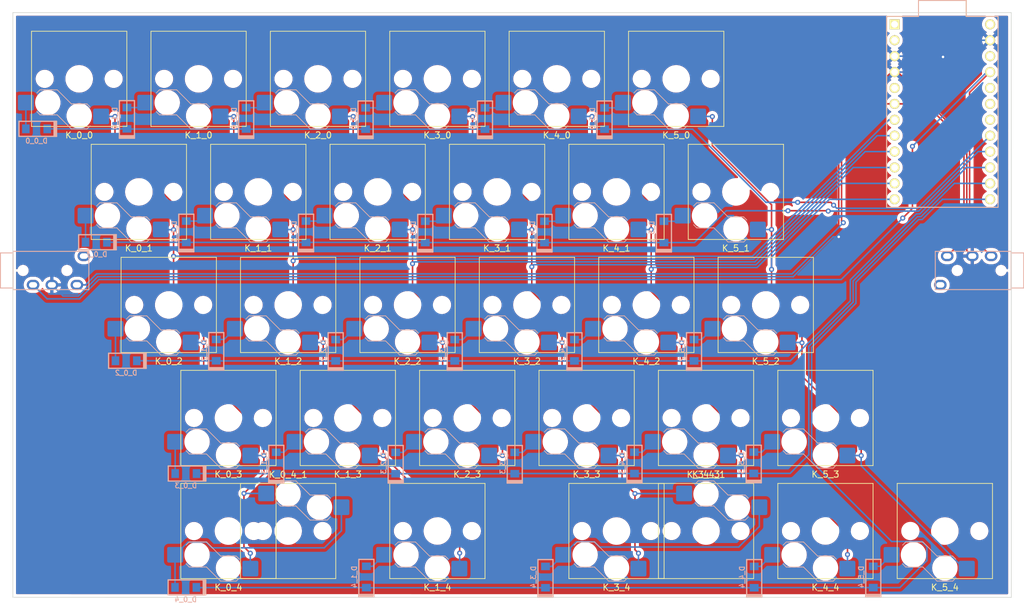
<source format=kicad_pcb>
(kicad_pcb (version 20211014) (generator pcbnew)
  (layers (0 "F.Cu" signal) (31 "B.Cu" signal) (34 "B.Paste" user) (35 "F.Paste" user) (36 "B.SilkS" user "B.Silkscreen") (37 "F.SilkS" user "F.Silkscreen") (38 "B.Mask" user) (39 "F.Mask" user) (44 "Edge.Cuts" user))
  (net 0 "")
  (net 1 "Net-(D_0_0-Pad2)")
  (net 2 "row0")
  (net 3 "Net-(D_0_1-Pad2)")
  (net 4 "row1")
  (net 5 "Net-(D_0_2-Pad2)")
  (net 6 "row2")
  (net 7 "Net-(D_0_3-Pad2)")
  (net 8 "row3")
  (net 9 "Net-(D_0_4-Pad2)")
  (net 10 "row4")
  (net 11 "Net-(D_1_0-Pad2)")
  (net 12 "Net-(D_1_1-Pad2)")
  (net 13 "Net-(D_1_2-Pad2)")
  (net 14 "Net-(D_1_3-Pad2)")
  (net 15 "Net-(D_1_4-Pad2)")
  (net 16 "Net-(D_2_0-Pad2)")
  (net 17 "Net-(D_2_1-Pad2)")
  (net 18 "Net-(D_2_2-Pad2)")
  (net 19 "Net-(D_2_3-Pad2)")
  (net 20 "Net-(D_3_0-Pad2)")
  (net 21 "Net-(D_3_1-Pad2)")
  (net 22 "Net-(D_3_2-Pad2)")
  (net 23 "Net-(D_3_3-Pad2)")
  (net 24 "Net-(D_3_4-Pad2)")
  (net 25 "Net-(D_4_0-Pad2)")
  (net 26 "Net-(D_4_1-Pad2)")
  (net 27 "Net-(D_4_2-Pad2)")
  (net 28 "Net-(D_4_3-Pad2)")
  (net 29 "Net-(D_4_4-Pad2)")
  (net 30 "Net-(D_5_0-Pad2)")
  (net 31 "Net-(D_5_1-Pad2)")
  (net 32 "Net-(D_5_2-Pad2)")
  (net 33 "Net-(D_5_3-Pad2)")
  (net 34 "Net-(D_5_4-Pad2)")
  (net 35 "col0")
  (net 36 "col1")
  (net 37 "col2")
  (net 38 "col3")
  (net 39 "col4")
  (net 40 "col5")
  (net 43 "GND")
  (net 52 "trrs")
  (net 53 "VCC")
  (footprint "Switch_Keyboard_Hotswap_Kailh:SW_Hotswap_Kailh_Choc_V1_1.00u" (layer "F.Cu") (at 152.4 115.06875 180)
    (fp_text reference "K_3_4")
    (fp_text value "KEYSW")
  )
  (footprint "promicro:ProMicro" (layer "F.Cu") (at 204.391 48.1344 -90)
    (fp_text reference "U_PROMICRO1" hide)
    (fp_text value "ProMicro")
  )
  (footprint "Switch_Keyboard_Hotswap_Kailh:SW_Hotswap_Kailh_Choc_V1_1.00u" (layer "F.Cu") (at 80.9625 78.96875 180)
    (fp_text reference "K_0_2")
    (fp_text value "KEYSW")
  )
  (footprint "Switch_Keyboard_Hotswap_Kailh:SW_Hotswap_Kailh_Choc_V1_1.00u" (layer "F.Cu") (at 76.2 60.91875 180)
    (fp_text reference "K_0_1")
    (fp_text value "KEYSW")
  )
  (footprint "Switch_Keyboard_Hotswap_Kailh:SW_Hotswap_Kailh_Choc_V1_1.00u" (layer "F.Cu") (at 157.1625 78.96875 180)
    (fp_text reference "K_4_2")
    (fp_text value "KEYSW")
  )
  (footprint "Switch_Keyboard_Hotswap_Kailh:SW_Hotswap_Kailh_Choc_V1_1.00u" (layer "F.Cu") (at 161.925 42.86875 180)
    (fp_text reference "K_5_0")
    (fp_text value "KEYSW")
  )
  (footprint "Switch_Keyboard_Hotswap_Kailh:SW_Hotswap_Kailh_Choc_V1_1.00u" (layer "F.Cu") (at 119.0625 78.96875 180)
    (fp_text reference "K_2_2")
    (fp_text value "KEYSW")
  )
  (footprint "Switch_Keyboard_Hotswap_Kailh:SW_Hotswap_Kailh_Choc_V1_1.00u" (layer "F.Cu") (at 152.4 60.91875 180)
    (fp_text reference "K_4_1")
    (fp_text value "KEYSW")
  )
  (footprint "Switch_Keyboard_Hotswap_Kailh:SW_Hotswap_Kailh_Choc_V1_1.00u" (layer "F.Cu") (at 204.7875 115.06875 180)
    (fp_text reference "K_5_4")
    (fp_text value "KEYSW")
  )
  (footprint "Switch_Keyboard_Hotswap_Kailh:SW_Hotswap_Kailh_Choc_V1_1.00u" (layer "F.Cu") (at 90.4875 97.01875 180)
    (fp_text reference "K_0_3")
    (fp_text value "KEYSW")
  )
  (footprint "Switch_Keyboard_Hotswap_Kailh:SW_Hotswap_Kailh_Choc_V1_1.00u" (layer "F.Cu") (at 133.35 60.91875 180)
    (fp_text reference "K_3_1")
    (fp_text value "KEYSW")
  )
  (footprint "Switch_Keyboard_Hotswap_Kailh:SW_Hotswap_Kailh_Choc_V1_1.00u" (layer "F.Cu") (at 90.4875 115.06875 180)
    (fp_text reference "K_0_4")
    (fp_text value "KEYSW")
  )
  (footprint "Switch_Keyboard_Hotswap_Kailh:SW_Hotswap_Kailh_Choc_V1_1.00u" (layer "F.Cu") (at 147.6375 97.01875 180)
    (fp_text reference "K_3_3")
    (fp_text value "KEYSW")
  )
  (footprint "Switch_Keyboard_Hotswap_Kailh:SW_Hotswap_Kailh_Choc_V1_1.00u" (layer "F.Cu") (at 95.25 60.91875 180)
    (fp_text reference "K_1_1")
    (fp_text value "KEYSW")
  )
  (footprint "Switch_Keyboard_Hotswap_Kailh:SW_Hotswap_Kailh_Choc_V1_1.00u" (layer "F.Cu") (at 114.3 60.91875 180)
    (fp_text reference "K_2_1")
    (fp_text value "KEYSW")
  )
  (footprint "Switch_Keyboard_Hotswap_Kailh:SW_Hotswap_Kailh_Choc_V1_1.00u" (layer "F.Cu") (at 109.5375 97.01875 180)
    (fp_text reference "K_1_3")
    (fp_text value "KEYSW")
  )
  (footprint "Switch_Keyboard_Hotswap_Kailh:SW_Hotswap_Kailh_Choc_V1_1.00u" (layer "F.Cu") (at 138.1125 78.96875 180)
    (fp_text reference "K_3_2")
    (fp_text value "KEYSW")
  )
  (footprint "Switch_Keyboard_Hotswap_Kailh:SW_Hotswap_Kailh_Choc_V1_1.00u" (layer "F.Cu") (at 176.2125 78.96875 180)
    (fp_text reference "K_5_2")
    (fp_text value "KEYSW")
  )
  (footprint "Switch_Keyboard_Hotswap_Kailh:SW_Hotswap_Kailh_Choc_V1_1.00u" (layer "F.Cu") (at 185.7375 115.06875 180)
    (fp_text reference "K_4_4")
    (fp_text value "KEYSW")
  )
  (footprint "Switch_Keyboard_Hotswap_Kailh:SW_Hotswap_Kailh_Choc_V1_1.00u" (layer "F.Cu") (at 100.0125 78.96875 180)
    (fp_text reference "K_1_2")
    (fp_text value "KEYSW")
  )
  (footprint "Switch_Keyboard_Hotswap_Kailh:SW_Hotswap_Kailh_Choc_V1_1.00u" (layer "F.Cu") (at 104.775 42.86875 180)
    (fp_text reference "K_2_0")
    (fp_text value "KEYSW")
  )
  (footprint "Switch_Keyboard_Hotswap_Kailh:SW_Hotswap_Kailh_Choc_V1_1.00u" (layer "F.Cu") (at 185.7375 97.01875 180)
    (fp_text reference "K_5_3")
    (fp_text value "KEYSW")
  )
  (footprint "Switch_Keyboard_Hotswap_Kailh:SW_Hotswap_Kailh_Choc_V1_1.00u" (layer "F.Cu") (at 100.0125 115.06875)
    (fp_text reference "K_0_4_1")
    (fp_text value "KEYSW")
  )
  (footprint "Switch_Keyboard_Hotswap_Kailh:SW_Hotswap_Kailh_Choc_V1_1.00u" (layer "F.Cu") (at 66.675 42.86875 180)
    (fp_text reference "K_0_0")
    (fp_text value "KEYSW")
  )
  (footprint "Switch_Keyboard_Hotswap_Kailh:SW_Hotswap_Kailh_Choc_V1_1.00u" (layer "F.Cu") (at 128.5875 97.01875 180)
    (fp_text reference "K_2_3")
    (fp_text value "KEYSW")
  )
  (footprint "Switch_Keyboard_Hotswap_Kailh:SW_Hotswap_Kailh_Choc_V1_1.00u" (layer "F.Cu") (at 166.6875 97.01875 180)
    (fp_text reference "K_4_3")
    (fp_text value "KEYSW")
  )
  (footprint "Switch_Keyboard_Hotswap_Kailh:SW_Hotswap_Kailh_Choc_V1_1.00u" (layer "F.Cu") (at 123.825 42.86875 180)
    (fp_text reference "K_3_0")
    (fp_text value "KEYSW")
  )
  (footprint "Switch_Keyboard_Hotswap_Kailh:SW_Hotswap_Kailh_Choc_V1_1.00u" (layer "F.Cu") (at 166.6875 115.06875)
    (fp_text reference "K_3_4_1")
    (fp_text value "KEYSW")
  )
  (footprint "Switch_Keyboard_Hotswap_Kailh:SW_Hotswap_Kailh_Choc_V1_1.00u" (layer "F.Cu") (at 142.875 42.86875 180)
    (fp_text reference "K_4_0")
    (fp_text value "KEYSW")
  )
  (footprint "Switch_Keyboard_Hotswap_Kailh:SW_Hotswap_Kailh_Choc_V1_1.00u" (layer "F.Cu") (at 123.825 115.06875 180)
    (fp_text reference "K_1_4")
    (fp_text value "KEYSW")
  )
  (footprint "Switch_Keyboard_Hotswap_Kailh:SW_Hotswap_Kailh_Choc_V1_1.00u" (layer "F.Cu") (at 85.725 42.86875 180)
    (fp_text reference "K_1_0")
    (fp_text value "KEYSW")
  )
  (footprint "Switch_Keyboard_Hotswap_Kailh:SW_Hotswap_Kailh_Choc_V1_1.00u" (layer "F.Cu") (at 171.45 60.91875 180)
    (fp_text reference "K_5_1")
    (fp_text value "KEYSW")
  )
  (footprint "keyboard_parts:D_SOD123" (layer "B.Cu") (at 140.9192 67.31 90)
    (fp_text reference "D_4_1")
    (fp_text value "D" hide)
  )
  (footprint "keyboard_parts:D_SOD123" (layer "B.Cu") (at 117.1702 104.2162 90)
    (fp_text reference "D_2_3")
    (fp_text value "D" hide)
  )
  (footprint "keyboard_parts:D_SOD123" (layer "B.Cu") (at 93.3196 49.1776 90)
    (fp_text reference "D_2_0")
    (fp_text value "D" hide)
  )
  (footprint "keyboard_parts:D_SOD123" (layer "B.Cu") (at 126.5936 86.2076 90)
    (fp_text reference "D_3_2")
    (fp_text value "D" hide)
  )
  (footprint "keyboard_parts:D_SOD123" (layer "B.Cu") (at 159.9692 67.31 90)
    (fp_text reference "D_5_1")
    (fp_text value "D" hide)
  )
  (footprint "keyboard_parts:D_SOD123" (layer "B.Cu") (at 193.3702 122.4026 90)
    (fp_text reference "D_5_4")
    (fp_text value "D" hide)
  )
  (footprint "Keebio-Parts:TRRS-PJ-320A" (layer "B.Cu") (at 56.118 73.4678 -90)
    (fp_text reference "U_TRRS2")
    (fp_text value "TRRS")
  )
  (footprint "keyboard_parts:D_SOD123" (layer "B.Cu") (at 174.371 122.428 90)
    (fp_text reference "D_4_4")
    (fp_text value "D" hide)
  )
  (footprint "keyboard_parts:D_SOD123" (layer "B.Cu") (at 112.4966 122.4026 90)
    (fp_text reference "D_1_4")
    (fp_text value "D" hide)
  )
  (footprint "keyboard_parts:D_SOD123" (layer "B.Cu") (at 107.5944 86.2076 90)
    (fp_text reference "D_2_2")
    (fp_text value "D" hide)
  )
  (footprint "keyboard_parts:D_SOD123" (layer "B.Cu") (at 112.3696 49.203 90)
    (fp_text reference "D_3_0")
    (fp_text value "D" hide)
  )
  (footprint "keyboard_parts:D_SOD123" (layer "B.Cu") (at 141.0716 122.428 90)
    (fp_text reference "D_3_4")
    (fp_text value "D" hide)
  )
  (footprint "keyboard_parts:D_SOD123" (layer "B.Cu") (at 83.693 105.8926 180)
    (fp_text reference "D_0_3")
    (fp_text value "D" hide)
  )
  (footprint "keyboard_parts:D_SOD123" (layer "B.Cu") (at 88.5444 86.1854 90)
    (fp_text reference "D_1_2")
    (fp_text value "D" hide)
  )
  (footprint "keyboard_parts:D_SOD123" (layer "B.Cu") (at 83.6676 124.079 180)
    (fp_text reference "D_0_4")
    (fp_text value "D" hide)
  )
  (footprint "keyboard_parts:D_SOD123" (layer "B.Cu") (at 74.168 87.884 180)
    (fp_text reference "D_0_2")
    (fp_text value "D" hide)
  )
  (footprint "keyboard_parts:D_SOD123" (layer "B.Cu") (at 74.295 49.1522 90)
    (fp_text reference "D_1_0")
    (fp_text value "D" hide)
  )
  (footprint "keyboard_parts:D_SOD123" (layer "B.Cu") (at 145.6944 86.2076 90)
    (fp_text reference "D_4_2")
    (fp_text value "D" hide)
  )
  (footprint "keyboard_parts:D_SOD123" (layer "B.Cu") (at 174.2948 104.1686 90)
    (fp_text reference "D_5_3")
    (fp_text value "D" hide)
  )
  (footprint "keyboard_parts:D_SOD123" (layer "B.Cu") (at 83.7692 67.2846 90)
    (fp_text reference "D_1_1")
    (fp_text value "D" hide)
  )
  (footprint "keyboard_parts:D_SOD123" (layer "B.Cu") (at 121.8946 67.31 90)
    (fp_text reference "D_3_1")
    (fp_text value "D" hide)
  )
  (footprint "keyboard_parts:D_SOD123" (layer "B.Cu") (at 102.87 67.2846 90)
    (fp_text reference "D_2_1")
    (fp_text value "D" hide)
  )
  (footprint "keyboard_parts:D_SOD123" (layer "B.Cu") (at 150.495 49.203 90)
    (fp_text reference "D_5_0")
    (fp_text value "D" hide)
  )
  (footprint "keyboard_parts:D_SOD123" (layer "B.Cu") (at 136.1694 104.2162 90)
    (fp_text reference "D_3_3")
    (fp_text value "D" hide)
  )
  (footprint "keyboard_parts:D_SOD123" (layer "B.Cu") (at 98.1202 104.1908 90)
    (fp_text reference "D_1_3")
    (fp_text value "D" hide)
  )
  (footprint "keyboard_parts:D_SOD123" (layer "B.Cu") (at 164.7698 86.2076 90)
    (fp_text reference "D_5_2")
    (fp_text value "D" hide)
  )
  (footprint "keyboard_parts:D_SOD123" (layer "B.Cu") (at 131.4196 49.203 90)
    (fp_text reference "D_4_0")
    (fp_text value "D" hide)
  )
  (footprint "keyboard_parts:D_SOD123" (layer "B.Cu") (at 155.2702 104.1908 90)
    (fp_text reference "D_4_3")
    (fp_text value "D" hide)
  )
  (footprint "keyboard_parts:D_SOD123" (layer "B.Cu") (at 69.3928 68.961 180)
    (fp_text reference "D_0_1")
    (fp_text value "D" hide)
  )
  (footprint "keyboard_parts:D_SOD123" (layer "B.Cu") (at 59.8678 50.8508 180)
    (fp_text reference "D_0_0")
    (fp_text value "D" hide)
  )
  (footprint "Keebio-Parts:TRRS-PJ-320A" (layer "B.Cu") (at 215.3643 73.4678 90)
    (fp_text reference "U_TRRS1")
    (fp_text value "TRRS")
  )
  (gr_line (start 56.0926 32.2928) (end 215.3826 32.2928) (layer "Edge.Cuts") (width 0.1))
  (gr_line (start 215.3826 32.2928) (end 215.392 125.6698) (layer "Edge.Cuts") (width 0.1))
  (gr_line (start 56.0926 125.6538) (end 56.0926 32.2928) (layer "Edge.Cuts") (width 0.1))
  (gr_line (start 56.0926 125.6538) (end 215.392 125.6698) (layer "Edge.Cuts") (width 0.1))
  (segment (start 58.1678 50.8508) (end 58.1678 46.67595) (width 0.25) (layer "B.Cu") (net 1))
  (segment (start 58.1678 46.67595) (end 58.175 46.66875) (width 0.25) (layer "B.Cu") (net 1))
  (segment (start 186.5884 62.5856) (end 187.0456 63.0428) (width 0.25) (layer "F.Cu") (net 2))
  (segment (start 181.3052 62.5856) (end 186.5884 62.5856) (width 0.25) (layer "F.Cu") (net 2))
  (via (at 181.3052 62.5856) (size 0.8) (drill 0.4) (layers "F.Cu" "B.Cu") (net 2))
  (via (at 187.0456 63.0428) (size 0.8) (drill 0.4) (layers "F.Cu" "B.Cu") (net 2))
  (segment (start 150.495 50.903) (end 164.5426 50.903) (width 0.25) (layer "B.Cu") (net 2))
  (segment (start 61.5692 50.8522) (end 61.5678 50.8508) (width 0.25) (layer "B.Cu") (net 2))
  (segment (start 74.3204 50.8776) (end 74.295 50.8522) (width 0.25) (layer "B.Cu") (net 2))
  (segment (start 187.53588 63.53308) (end 200.42232 63.53308) (width 0.25) (layer "B.Cu") (net 2))
  (segment (start 176.2252 62.5856) (end 181.3052 62.5856) (width 0.25) (layer "B.Cu") (net 2))
  (segment (start 112.3696 50.903) (end 93.345 50.903) (width 0.25) (layer "B.Cu") (net 2))
  (segment (start 187.0456 63.0428) (end 187.53588 63.53308) (width 0.25) (layer "B.Cu") (net 2))
  (segment (start 131.4196 50.903) (end 112.3696 50.903) (width 0.25) (layer "B.Cu") (net 2))
  (segment (start 93.3196 50.8776) (end 74.3204 50.8776) (width 0.25) (layer "B.Cu") (net 2))
  (segment (start 150.495 50.903) (end 131.4196 50.903) (width 0.25) (layer "B.Cu") (net 2))
  (segment (start 200.42232 63.53308) (end 212.011 51.9444) (width 0.25) (layer "B.Cu") (net 2))
  (segment (start 93.345 50.903) (end 93.3196 50.8776) (width 0.25) (layer "B.Cu") (net 2))
  (segment (start 164.5426 50.903) (end 176.2252 62.5856) (width 0.25) (layer "B.Cu") (net 2))
  (segment (start 74.295 50.8522) (end 61.5692 50.8522) (width 0.25) (layer "B.Cu") (net 2))
  (segment (start 67.6928 64.72595) (end 67.7 64.71875) (width 0.25) (layer "B.Cu") (net 3))
  (segment (start 67.6928 68.961) (end 67.6928 64.72595) (width 0.25) (layer "B.Cu") (net 3))
  (segment (start 179.7558 63.9318) (end 186.1312 63.9318) (width 0.25) (layer "F.Cu") (net 4))
  (segment (start 186.1312 63.9318) (end 186.182 63.9826) (width 0.25) (layer "F.Cu") (net 4))
  (via (at 179.7558 63.9318) (size 0.8) (drill 0.4) (layers "F.Cu" "B.Cu") (net 4))
  (via (at 186.182 63.9826) (size 0.8) (drill 0.4) (layers "F.Cu" "B.Cu") (net 4))
  (segment (start 169.923279 63.9318) (end 179.7558 63.9318) (width 0.25) (layer "B.Cu") (net 4))
  (segment (start 159.9692 69.01) (end 140.9192 69.01) (width 0.25) (layer "B.Cu") (net 4))
  (segment (start 200.608518 63.9826) (end 200.87184 63.719277) (width 0.25) (layer "B.Cu") (net 4))
  (segment (start 121.8692 68.9846) (end 121.8946 69.01) (width 0.25) (layer "B.Cu") (net 4))
  (segment (start 83.7456 68.961) (end 83.7692 68.9846) (width 0.25) (layer "B.Cu") (net 4))
  (segment (start 186.182 63.9826) (end 200.608518 63.9826) (width 0.25) (layer "B.Cu") (net 4))
  (segment (start 83.7692 68.9846) (end 102.87 68.9846) (width 0.25) (layer "B.Cu") (net 4))
  (segment (start 200.87184 63.719277) (end 210.106718 54.4844) (width 0.25) (layer "B.Cu") (net 4))
  (segment (start 164.845079 69.01) (end 169.923279 63.9318) (width 0.25) (layer "B.Cu") (net 4))
  (segment (start 102.87 68.9846) (end 121.8692 68.9846) (width 0.25) (layer "B.Cu") (net 4))
  (segment (start 121.8946 69.01) (end 140.9192 69.01) (width 0.25) (layer "B.Cu") (net 4))
  (segment (start 71.0928 68.961) (end 83.7456 68.961) (width 0.25) (layer "B.Cu") (net 4))
  (segment (start 210.106718 54.4844) (end 212.011 54.4844) (width 0.25) (layer "B.Cu") (net 4))
  (segment (start 159.9692 69.01) (end 164.845079 69.01) (width 0.25) (layer "B.Cu") (net 4))
  (segment (start 72.468 82.77425) (end 72.468 87.884) (width 0.25) (layer "B.Cu") (net 5))
  (segment (start 72.4625 82.76875) (end 72.468 82.77425) (width 0.25) (layer "B.Cu") (net 5))
  (segment (start 75.868 87.884) (end 88.543 87.884) (width 0.25) (layer "B.Cu") (net 6))
  (segment (start 107.5944 87.9076) (end 88.5666 87.9076) (width 0.25) (layer "B.Cu") (net 6))
  (segment (start 145.6944 87.9076) (end 164.7698 87.9076) (width 0.25) (layer "B.Cu") (net 6))
  (segment (start 126.5936 87.9076) (end 145.6944 87.9076) (width 0.25) (layer "B.Cu") (net 6))
  (segment (start 189.70492 78.324494) (end 189.70492 74.963797) (width 0.25) (layer "B.Cu") (net 6))
  (segment (start 88.543 87.884) (end 88.5444 87.8854) (width 0.25) (layer "B.Cu") (net 6))
  (segment (start 107.5944 87.9076) (end 126.5936 87.9076) (width 0.25) (layer "B.Cu") (net 6))
  (segment (start 200.794716 64.432119) (end 208.202436 57.0244) (width 0.25) (layer "B.Cu") (net 6))
  (segment (start 164.7698 87.9076) (end 180.121814 87.9076) (width 0.25) (layer "B.Cu") (net 6))
  (segment (start 88.5666 87.9076) (end 88.5444 87.8854) (width 0.25) (layer "B.Cu") (net 6))
  (segment (start 189.70492 74.963797) (end 200.236597 64.43212) (width 0.25) (layer "B.Cu") (net 6))
  (segment (start 208.202436 57.0244) (end 212.011 57.0244) (width 0.25) (layer "B.Cu") (net 6))
  (segment (start 200.236597 64.43212) (end 200.794716 64.432119) (width 0.25) (layer "B.Cu") (net 6))
  (segment (start 180.121814 87.9076) (end 189.70492 78.324494) (width 0.25) (layer "B.Cu") (net 6))
  (segment (start 81.993 105.8926) (end 81.993 100.82425) (width 0.25) (layer "B.Cu") (net 7))
  (segment (start 81.993 100.82425) (end 81.9875 100.81875) (width 0.25) (layer "B.Cu") (net 7))
  (segment (start 206.298154 59.5644) (end 212.011 59.5644) (width 0.25) (layer "B.Cu") (net 8))
  (segment (start 183.0832 85.581932) (end 190.15444 78.510691) (width 0.25) (layer "B.Cu") (net 8))
  (segment (start 136.1694 105.9162) (end 117.1702 105.9162) (width 0.25) (layer "B.Cu") (net 8))
  (segment (start 174.2948 105.8686) (end 180.101321 105.8686) (width 0.25) (layer "B.Cu") (net 8))
  (segment (start 155.2702 105.8908) (end 136.1948 105.8908) (width 0.25) (layer "B.Cu") (net 8))
  (segment (start 190.417763 74.886674) (end 200.422795 64.88164) (width 0.25) (layer "B.Cu") (net 8))
  (segment (start 98.1456 105.9162) (end 98.1202 105.8908) (width 0.25) (layer "B.Cu") (net 8))
  (segment (start 183.0832 102.886721) (end 183.0832 85.581932) (width 0.25) (layer "B.Cu") (net 8))
  (segment (start 117.1702 105.9162) (end 98.1456 105.9162) (width 0.25) (layer "B.Cu") (net 8))
  (segment (start 190.15444 75.149996) (end 190.417763 74.886674) (width 0.25) (layer "B.Cu") (net 8))
  (segment (start 155.2924 105.8686) (end 155.2702 105.8908) (width 0.25) (layer "B.Cu") (net 8))
  (segment (start 136.1948 105.8908) (end 136.1694 105.9162) (width 0.25) (layer "B.Cu") (net 8))
  (segment (start 174.2948 105.8686) (end 155.2924 105.8686) (width 0.25) (layer "B.Cu") (net 8))
  (segment (start 200.422795 64.88164) (end 200.980914 64.881639) (width 0.25) (layer "B.Cu") (net 8))
  (segment (start 200.980914 64.881639) (end 201.244236 64.618315) (width 0.25) (layer "B.Cu") (net 8))
  (segment (start 85.3948 105.8908) (end 85.393 105.8926) (width 0.25) (layer "B.Cu") (net 8))
  (segment (start 180.101321 105.8686) (end 183.0832 102.886721) (width 0.25) (layer "B.Cu") (net 8))
  (segment (start 98.1202 105.8908) (end 85.3948 105.8908) (width 0.25) (layer "B.Cu") (net 8))
  (segment (start 190.15444 78.510691) (end 190.15444 75.149996) (width 0.25) (layer "B.Cu") (net 8))
  (segment (start 201.244236 64.618315) (end 206.298154 59.5644) (width 0.25) (layer "B.Cu") (net 8))
  (segment (start 81.9676 124.079) (end 81.9676 118.88865) (width 0.25) (layer "B.Cu") (net 9))
  (segment (start 81.9676 118.88865) (end 81.9875 118.86875) (width 0.25) (layer "B.Cu") (net 9))
  (segment (start 84.01625 116.84) (end 86.9696 116.84) (width 0.25) (layer "B.Cu") (net 9))
  (segment (start 108.5125 115.0329) (end 108.5125 111.26875) (width 0.25) (layer "B.Cu") (net 9))
  (segment (start 105.791 117.7544) (end 108.5125 115.0329) (width 0.25) (layer "B.Cu") (net 9))
  (segment (start 87.884 117.7544) (end 105.791 117.7544) (width 0.25) (layer "B.Cu") (net 9))
  (segment (start 81.9875 118.86875) (end 84.01625 116.84) (width 0.25) (layer "B.Cu") (net 9))
  (segment (start 86.9696 116.84) (end 87.884 117.7544) (width 0.25) (layer "B.Cu") (net 9))
  (segment (start 112.4966 124.1026) (end 85.3912 124.1026) (width 0.25) (layer "B.Cu") (net 10))
  (segment (start 174.3964 124.1026) (end 174.371 124.128) (width 0.25) (layer "B.Cu") (net 10))
  (segment (start 196.2912 116.7384) (end 183.5404 103.9876) (width 0.25) (layer "B.Cu") (net 10))
  (segment (start 204.393846 62.104421) (end 204.393846 62.1044) (width 0.25) (layer "B.Cu") (net 10))
  (segment (start 141.0716 124.128) (end 112.522 124.128) (width 0.25) (layer "B.Cu") (net 10))
  (segment (start 201.93 117.5512) (end 201.1172 116.7384) (width 0.25) (layer "B.Cu") (net 10))
  (segment (start 174.371 124.128) (end 141.0716 124.128) (width 0.25) (layer "B.Cu") (net 10))
  (segment (start 200.608994 65.33116) (end 201.167112 65.331159) (width 0.25) (layer "B.Cu") (net 10))
  (segment (start 112.522 124.128) (end 112.4966 124.1026) (width 0.25) (layer "B.Cu") (net 10))
  (segment (start 197.6138 124.1026) (end 201.93 119.7864) (width 0.25) (layer "B.Cu") (net 10))
  (segment (start 183.5404 85.76045) (end 190.60396 78.696889) (width 0.25) (layer "B.Cu") (net 10))
  (segment (start 85.3912 124.1026) (end 85.3676 124.079) (width 0.25) (layer "B.Cu") (net 10))
  (segment (start 183.5404 103.9876) (end 183.5404 85.76045) (width 0.25) (layer "B.Cu") (net 10))
  (segment (start 193.3702 124.1026) (end 174.3964 124.1026) (width 0.25) (layer "B.Cu") (net 10))
  (segment (start 201.167112 65.331159) (end 201.693757 64.80451) (width 0.25) (layer "B.Cu") (net 10))
  (segment (start 190.60396 78.696889) (end 190.60396 75.336194) (width 0.25) (layer "B.Cu") (net 10))
  (segment (start 201.1172 116.7384) (end 196.2912 116.7384) (width 0.25) (layer "B.Cu") (net 10))
  (segment (start 193.3702 124.1026) (end 197.6138 124.1026) (width 0.25) (layer "B.Cu") (net 10))
  (segment (start 201.693757 64.80451) (end 204.393846 62.104421) (width 0.25) (layer "B.Cu") (net 10))
  (segment (start 190.60396 75.336194) (end 200.608994 65.33116) (width 0.25) (layer "B.Cu") (net 10))
  (segment (start 204.393846 62.1044) (end 212.011 62.1044) (width 0.25) (layer "B.Cu") (net 10))
  (segment (start 201.93 119.7864) (end 201.93 117.5512) (width 0.25) (layer "B.Cu") (net 10))
  (segment (start 74.295 47.4522) (end 76.44155 47.4522) (width 0.25) (layer "B.Cu") (net 11))
  (segment (start 76.44155 47.4522) (end 77.225 46.66875) (width 0.25) (layer "B.Cu") (net 11))
  (segment (start 85.88415 65.5846) (end 86.75 64.71875) (width 0.25) (layer "B.Cu") (net 12))
  (segment (start 83.7692 65.5846) (end 85.88415 65.5846) (width 0.25) (layer "B.Cu") (net 12))
  (segment (start 88.5444 84.4854) (end 89.79585 84.4854) (width 0.25) (layer "B.Cu") (net 13))
  (segment (start 89.79585 84.4854) (end 91.5125 82.76875) (width 0.25) (layer "B.Cu") (net 13))
  (segment (start 99.36545 102.4908) (end 101.0375 100.81875) (width 0.25) (layer "B.Cu") (net 14))
  (segment (start 98.1202 102.4908) (end 99.36545 102.4908) (width 0.25) (layer "B.Cu") (net 14))
  (segment (start 112.4966 120.7026) (end 113.49115 120.7026) (width 0.25) (layer "B.Cu") (net 15))
  (segment (start 113.49115 120.7026) (end 115.325 118.86875) (width 0.25) (layer "B.Cu") (net 15))
  (segment (start 93.3196 47.4776) (end 95.46615 47.4776) (width 0.25) (layer "B.Cu") (net 16))
  (segment (start 95.46615 47.4776) (end 96.275 46.66875) (width 0.25) (layer "B.Cu") (net 16))
  (segment (start 104.93415 65.5846) (end 102.87 65.5846) (width 0.25) (layer "B.Cu") (net 17))
  (segment (start 105.8 64.71875) (end 104.93415 65.5846) (width 0.25) (layer "B.Cu") (net 17))
  (segment (start 107.5944 84.5076) (end 108.82365 84.5076) (width 0.25) (layer "B.Cu") (net 18))
  (segment (start 108.82365 84.5076) (end 110.5625 82.76875) (width 0.25) (layer "B.Cu") (net 18))
  (segment (start 118.39005 102.5162) (end 120.0875 100.81875) (width 0.25) (layer "B.Cu") (net 19))
  (segment (start 117.1702 102.5162) (end 118.39005 102.5162) (width 0.25) (layer "B.Cu") (net 19))
  (segment (start 112.3696 47.503) (end 114.49075 47.503) (width 0.25) (layer "B.Cu") (net 20))
  (segment (start 114.49075 47.503) (end 115.325 46.66875) (width 0.25) (layer "B.Cu") (net 20))
  (segment (start 123.95875 65.61) (end 124.85 64.71875) (width 0.25) (layer "B.Cu") (net 21))
  (segment (start 121.8946 65.61) (end 123.95875 65.61) (width 0.25) (layer "B.Cu") (net 21))
  (segment (start 127.87365 84.5076) (end 129.6125 82.76875) (width 0.25) (layer "B.Cu") (net 22))
  (segment (start 126.5936 84.5076) (end 127.87365 84.5076) (width 0.25) (layer "B.Cu") (net 22))
  (segment (start 139.1375 100.81875) (end 137.44005 102.5162) (width 0.25) (layer "B.Cu") (net 23))
  (segment (start 137.44005 102.5162) (end 136.1694 102.5162) (width 0.25) (layer "B.Cu") (net 23))
  (segment (start 175.1875 111.26875) (end 175.1875 114.3471) (width 0.25) (layer "B.Cu") (net 24))
  (segment (start 142.04075 120.728) (end 143.9 118.86875) (width 0.25) (layer "B.Cu") (net 24))
  (segment (start 145.97955 116.7892) (end 143.9 118.86875) (width 0.25) (layer "B.Cu") (net 24))
  (segment (start 148.8694 116.7892) (end 145.97955 116.7892) (width 0.25) (layer "B.Cu") (net 24))
  (segment (start 171.9072 117.6274) (end 149.7076 117.6274) (width 0.25) (layer "B.Cu") (net 24))
  (segment (start 149.7076 117.6274) (end 148.8694 116.7892) (width 0.25) (layer "B.Cu") (net 24))
  (segment (start 141.0716 120.728) (end 142.04075 120.728) (width 0.25) (layer "B.Cu") (net 24))
  (segment (start 175.1875 114.3471) (end 171.9072 117.6274) (width 0.25) (layer "B.Cu") (net 24))
  (segment (start 131.4196 47.503) (end 133.54075 47.503) (width 0.25) (layer "B.Cu") (net 25))
  (segment (start 133.54075 47.503) (end 134.375 46.66875) (width 0.25) (layer "B.Cu") (net 25))
  (segment (start 143.00875 65.61) (end 143.9 64.71875) (width 0.25) (layer "B.Cu") (net 26))
  (segment (start 140.9192 65.61) (end 143.00875 65.61) (width 0.25) (layer "B.Cu") (net 26))
  (segment (start 145.6944 84.5076) (end 146.92365 84.5076) (width 0.25) (layer "B.Cu") (net 27))
  (segment (start 146.92365 84.5076) (end 148.6625 82.76875) (width 0.25) (layer "B.Cu") (net 27))
  (segment (start 156.51545 102.4908) (end 158.1875 100.81875) (width 0.25) (layer "B.Cu") (net 28))
  (segment (start 155.2702 102.4908) (end 156.51545 102.4908) (width 0.25) (layer "B.Cu") (net 28))
  (segment (start 174.371 120.728) (end 175.37825 120.728) (width 0.25) (layer "B.Cu") (net 29))
  (segment (start 175.37825 120.728) (end 177.2375 118.86875) (width 0.25) (layer "B.Cu") (net 29))
  (segment (start 152.59075 47.503) (end 153.425 46.66875) (width 0.25) (layer "B.Cu") (net 30))
  (segment (start 150.495 47.503) (end 152.59075 47.503) (width 0.25) (layer "B.Cu") (net 30))
  (segment (start 162.05875 65.61) (end 159.9692 65.61) (width 0.25) (layer "B.Cu") (net 31))
  (segment (start 162.95 64.71875) (end 162.05875 65.61) (width 0.25) (layer "B.Cu") (net 31))
  (segment (start 164.7698 84.5076) (end 165.97365 84.5076) (width 0.25) (layer "B.Cu") (net 32))
  (segment (start 165.97365 84.5076) (end 167.7125 82.76875) (width 0.25) (layer "B.Cu") (net 32))
  (segment (start 174.2948 102.4686) (end 175.58765 102.4686) (width 0.25) (layer "B.Cu") (net 33))
  (segment (start 175.58765 102.4686) (end 177.2375 100.81875) (width 0.25) (layer "B.Cu") (net 33))
  (segment (start 196.2875 118.86875) (end 194.45365 120.7026) (width 0.25) (layer "B.Cu") (net 34))
  (segment (start 194.45365 120.7026) (end 193.3702 120.7026) (width 0.25) (layer "B.Cu") (net 34))
  (segment (start 92.964 117.602) (end 93.98 118.618) (width 0.25) (layer "F.Cu") (net 35))
  (segment (start 96.139 103.0224) (end 96.139 99.736433) (width 0.25) (layer "F.Cu") (net 35))
  (segment (start 96.139 105.8926) (end 92.964 109.0676) (width 0.25) (layer "F.Cu") (net 35))
  (segment (start 81.7372 71.1962) (end 81.7372 66.9544) (width 0.25) (layer "F.Cu") (net 35))
  (segment (start 81.7372 71.1962) (end 81.7372 76.4286) (width 0.25) (layer "F.Cu") (net 35))
  (segment (start 96.139 103.0224) (end 96.139 105.8926) (width 0.25) (layer "F.Cu") (net 35))
  (segment (start 92.964 109.0676) (end 92.964 117.602) (width 0.25) (layer "F.Cu") (net 35))
  (segment (start 86.5378 90.135233) (end 86.5378 84.963) (width 0.25) (layer "F.Cu") (net 35))
  (segment (start 80.375479 61.467386) (end 81.151364 62.243271) (width 0.25) (layer "F.Cu") (net 35))
  (segment (start 81.7372 76.4286) (end 86.5378 81.2292) (width 0.25) (layer "F.Cu") (net 35))
  (segment (start 81.7372 62.8142) (end 81.7372 66.9544) (width 0.25) (layer "F.Cu") (net 35))
  (segment (start 81.166271 62.243271) (end 81.7372 62.8142) (width 0.25) (layer "F.Cu") (net 35))
  (segment (start 96.139 99.736433) (end 86.5378 90.135233) (width 0.25) (layer "F.Cu") (net 35))
  (segment (start 86.5378 81.2292) (end 86.5378 84.963) (width 0.25) (layer "F.Cu") (net 35))
  (segment (start 80.375479 61.452479) (end 80.375479 61.467386) (width 0.25) (layer "F.Cu") (net 35))
  (segment (start 72.39 48.8696) (end 72.39 53.467) (width 0.25) (layer "F.Cu") (net 35))
  (segment (start 72.39 53.467) (end 80.375479 61.452479) (width 0.25) (layer "F.Cu") (net 35))
  (segment (start 81.151364 62.243271) (end 81.166271 62.243271) (width 0.25) (layer "F.Cu") (net 35))
  (via (at 72.39 48.8696) (size 0.8) (drill 0.4) (layers "F.Cu" "B.Cu") (net 35))
  (via (at 96.139 103.0224) (size 0.8) (drill 0.4) (layers "F.Cu" "B.Cu") (net 35))
  (via (at 93.98 118.618) (size 0.8) (drill 0.4) (layers "F.Cu" "B.Cu") (net 35))
  (via (at 81.7372 71.1962) (size 0.8) (drill 0.4) (layers "F.Cu" "B.Cu") (net 35))
  (via (at 86.5378 84.963) (size 0.8) (drill 0.4) (layers "F.Cu" "B.Cu") (net 35))
  (via (at 81.7372 66.9544) (size 0.8) (drill 0.4) (layers "F.Cu" "B.Cu") (net 35))
  (via (at 92.964 109.0676) (size 0.8) (drill 0.4) (layers "F.Cu" "B.Cu") (net 35))
  (segment (start 93.98 121.06125) (end 93.9875 121.06875) (width 0.25) (layer "B.Cu") (net 35))
  (segment (start 93.98 118.618) (end 93.98 121.06125) (width 0.25) (layer "B.Cu") (net 35))
  (segment (start 81.7372 66.9544) (end 79.73565 66.9544) (width 0.25) (layer "B.Cu") (net 35))
  (segment (start 86.53205 84.96875) (end 86.5378 84.963) (width 0.25) (layer "B.Cu") (net 35))
  (segment (start 195.8834 49.4044) (end 196.771 49.4044) (width 0.25) (layer "B.Cu") (net 35))
  (segment (start 72.38915 48.86875) (end 72.39 48.8696) (width 0.25) (layer "B.Cu") (net 35))
  (segment (start 93.9875 103.01875) (end 96.13535 103.01875) (width 0.25) (layer "B.Cu") (net 35))
  (segment (start 174.0916 71.1962) (end 195.8834 49.4044) (width 0.25) (layer "B.Cu") (net 35))
  (segment (start 84.4625 84.96875) (end 86.53205 84.96875) (width 0.25) (layer "B.Cu") (net 35))
  (segment (start 81.7372 71.1962) (end 174.0916 71.1962) (width 0.25) (layer "B.Cu") (net 35))
  (segment (start 92.96515 109.06875) (end 96.5125 109.06875) (width 0.25) (layer "B.Cu") (net 35))
  (segment (start 96.13535 103.01875) (end 96.139 103.0224) (width 0.25) (layer "B.Cu") (net 35))
  (segment (start 70.175 48.86875) (end 72.38915 48.86875) (width 0.25) (layer "B.Cu") (net 35))
  (segment (start 92.964 109.0676) (end 92.96515 109.06875) (width 0.25) (layer "B.Cu") (net 35))
  (segment (start 79.73565 66.9544) (end 79.7 66.91875) (width 0.25) (layer "B.Cu") (net 35))
  (segment (start 100.8126 71.9328) (end 100.8126 66.929) (width 0.25) (layer "F.Cu") (net 36))
  (segment (start 91.3384 53.380307) (end 100.8126 62.854507) (width 0.25) (layer "F.Cu") (net 36))
  (segment (start 105.6132 90.160633) (end 105.6132 84.963) (width 0.25) (layer "F.Cu") (net 36))
  (segment (start 91.3384 48.8696) (end 91.3384 53.380307) (width 0.25) (layer "F.Cu") (net 36))
  (segment (start 105.6132 81.3816) (end 105.6132 84.963) (width 0.25) (layer "F.Cu") (net 36))
  (segment (start 127.381 115.2144) (end 127.381 118.5926) (width 0.25) (layer "F.Cu") (net 36))
  (segment (start 115.189 99.736433) (end 105.6132 90.160633) (width 0.25) (layer "F.Cu") (net 36))
  (segment (start 115.189 103.0224) (end 115.189 99.736433) (width 0.25) (layer "F.Cu") (net 36))
  (segment (start 100.8126 71.9328) (end 100.8126 76.581) (width 0.25) (layer "F.Cu") (net 36))
  (segment (start 100.8126 76.581) (end 105.6132 81.3816) (width 0.25) (layer "F.Cu") (net 36))
  (segment (start 100.8126 62.854507) (end 100.8126 66.929) (width 0.25) (layer "F.Cu") (net 36))
  (segment (start 115.189 103.0224) (end 127.381 115.2144) (width 0.25) (layer "F.Cu") (net 36))
  (via (at 115.189 103.0224) (size 0.8) (drill 0.4) (layers "F.Cu" "B.Cu") (net 36))
  (via (at 127.381 118.5926) (size 0.8) (drill 0.4) (layers "F.Cu" "B.Cu") (net 36))
  (via (at 91.3384 48.8696) (size 0.8) (drill 0.4) (layers "F.Cu" "B.Cu") (net 36))
  (via (at 105.6132 84.963) (size 0.8) (drill 0.4) (layers "F.Cu" "B.Cu") (net 36))
  (via (at 100.8126 71.9328) (size 0.8) (drill 0.4) (layers "F.Cu" "B.Cu") (net 36))
  (via (at 100.8126 66.929) (size 0.8) (drill 0.4) (layers "F.Cu" "B.Cu") (net 36))
  (segment (start 89.225 48.86875) (end 91.33755 48.86875) (width 0.25) (layer "B.Cu") (net 36))
  (segment (start 193.979118 51.9444) (end 196.771 51.9444) (width 0.25) (layer "B.Cu") (net 36))
  (segment (start 98.76025 66.929) (end 98.75 66.91875) (width 0.25) (layer "B.Cu") (net 36))
  (segment (start 100.8126 66.929) (end 98.76025 66.929) (width 0.25) (layer "B.Cu") (net 36))
  (segment (start 105.60745 84.96875) (end 105.6132 84.963) (width 0.25) (layer "B.Cu") (net 36))
  (segment (start 100.8126 71.9328) (end 101.09968 71.64572) (width 0.25) (layer "B.Cu") (net 36))
  (segment (start 101.09968 71.64572) (end 174.277798 71.64572) (width 0.25) (layer "B.Cu") (net 36))
  (segment (start 127.381 118.5926) (end 127.381 121.01275) (width 0.25) (layer "B.Cu") (net 36))
  (segment (start 91.33755 48.86875) (end 91.3384 48.8696) (width 0.25) (layer "B.Cu") (net 36))
  (segment (start 127.381 121.01275) (end 127.325 121.06875) (width 0.25) (layer "B.Cu") (net 36))
  (segment (start 174.277798 71.64572) (end 193.979118 51.9444) (width 0.25) (layer "B.Cu") (net 36))
  (segment (start 103.5125 84.96875) (end 105.60745 84.96875) (width 0.25) (layer "B.Cu") (net 36))
  (segment (start 113.0375 103.01875) (end 115.18535 103.01875) (width 0.25) (layer "B.Cu") (net 36))
  (segment (start 115.18535 103.01875) (end 115.189 103.0224) (width 0.25) (layer "B.Cu") (net 36))
  (segment (start 119.8626 62.854507) (end 119.8626 66.929) (width 0.25) (layer "F.Cu") (net 37))
  (segment (start 110.3884 53.380307) (end 119.8626 62.854507) (width 0.25) (layer "F.Cu") (net 37))
  (segment (start 110.3884 48.8696) (end 110.3884 53.380307) (width 0.25) (layer "F.Cu") (net 37))
  (segment (start 119.8626 76.6318) (end 124.6632 81.4324) (width 0.25) (layer "F.Cu") (net 37))
  (segment (start 134.2136 103.0224) (end 134.2136 99.711033) (width 0.25) (layer "F.Cu") (net 37))
  (segment (start 119.8626 72.39) (end 119.8626 66.929) (width 0.25) (layer "F.Cu") (net 37))
  (segment (start 124.6632 90.160633) (end 124.6632 84.963) (width 0.25) (layer "F.Cu") (net 37))
  (segment (start 134.2136 99.711033) (end 124.6632 90.160633) (width 0.25) (layer "F.Cu") (net 37))
  (segment (start 119.8626 72.39) (end 119.8626 76.6318) (width 0.25) (layer "F.Cu") (net 37))
  (segment (start 124.6632 81.4324) (end 124.6632 84.963) (width 0.25) (layer "F.Cu") (net 37))
  (via (at 119.8626 72.39) (size 0.8) (drill 0.4) (layers "F.Cu" "B.Cu") (net 37))
  (via (at 134.2136 103.0224) (size 0.8) (drill 0.4) (layers "F.Cu" "B.Cu") (net 37))
  (via (at 110.3884 48.8696) (size 0.8) (drill 0.4) (layers "F.Cu" "B.Cu") (net 37))
  (via (at 119.8626 66.929) (size 0.8) (drill 0.4) (layers "F.Cu" "B.Cu") (net 37))
  (via (at 124.6632 84.963) (size 0.8) (drill 0.4) (layers "F.Cu" "B.Cu") (net 37))
  (segment (start 192.074836 54.4844) (end 196.771 54.4844) (width 0.25) (layer "B.Cu") (net 37))
  (segment (start 120.15736 72.09524) (end 174.463996 72.09524) (width 0.25) (layer "B.Cu") (net 37))
  (segment (start 110.38755 48.86875) (end 110.3884 48.8696) (width 0.25) (layer "B.Cu") (net 37))
  (segment (start 117.81025 66.929) (end 117.8 66.91875) (width 0.25) (layer "B.Cu") (net 37))
  (segment (start 108.275 48.86875) (end 110.38755 48.86875) (width 0.25) (layer "B.Cu") (net 37))
  (segment (start 119.8626 66.929) (end 117.81025 66.929) (width 0.25) (layer "B.Cu") (net 37))
  (segment (start 124.65745 84.96875) (end 124.6632 84.963) (width 0.25) (layer "B.Cu") (net 37))
  (segment (start 122.5625 84.96875) (end 124.65745 84.96875) (width 0.25) (layer "B.Cu") (net 37))
  (segment (start 134.20995 103.01875) (end 134.2136 103.0224) (width 0.25) (layer "B.Cu") (net 37))
  (segment (start 174.463996 72.09524) (end 192.074836 54.4844) (width 0.25) (layer "B.Cu") (net 37))
  (segment (start 132.0875 103.01875) (end 134.20995 103.01875) (width 0.25) (layer "B.Cu") (net 37))
  (segment (start 119.8626 72.39) (end 120.15736 72.09524) (width 0.25) (layer "B.Cu") (net 37))
  (segment (start 138.8872 72.8726) (end 138.8872 66.929) (width 0.25) (layer "F.Cu") (net 38))
  (segment (start 153.289 103.0224) (end 153.289 99.736433) (width 0.25) (layer "F.Cu") (net 38))
  (segment (start 143.7132 81.635633) (end 143.7132 84.963) (width 0.25) (layer "F.Cu") (net 38))
  (segment (start 153.289 103.0224) (end 153.289 107.0356) (width 0.25) (layer "F.Cu") (net 38))
  (segment (start 155.3464 118.0592) (end 155.9052 118.618) (width 0.25) (layer "F.Cu") (net 38))
  (segment (start 153.289 99.736433) (end 143.7132 90.160633) (width 0.25) (layer "F.Cu") (net 38))
  (segment (start 138.8872 72.8726) (end 138.8872 76.809633) (width 0.25) (layer "F.Cu") (net 38))
  (segment (start 143.7132 90.160633) (end 143.7132 84.963) (width 0.25) (layer "F.Cu") (net 38))
  (segment (start 138.8872 62.865) (end 138.8872 66.929) (width 0.25) (layer "F.Cu") (net 38))
  (segment (start 129.4384 48.895) (end 129.4384 53.4162) (width 0.25) (layer "F.Cu") (net 38))
  (segment (start 155.3464 109.093) (end 155.3464 118.0592) (width 0.25) (layer "F.Cu") (net 38))
  (segment (start 138.8872 76.809633) (end 143.7132 81.635633) (width 0.25) (layer "F.Cu") (net 38))
  (segment (start 129.4384 53.4162) (end 138.8872 62.865) (width 0.25) (layer "F.Cu") (net 38))
  (segment (start 153.289 107.0356) (end 155.3464 109.093) (width 0.25) (layer "F.Cu") (net 38))
  (via (at 129.4384 48.895) (size 0.8) (drill 0.4) (layers "F.Cu" "B.Cu") (net 38))
  (via (at 155.3464 109.093) (size 0.8) (drill 0.4) (layers "F.Cu" "B.Cu") (net 38))
  (via (at 138.8872 72.8726) (size 0.8) (drill 0.4) (layers "F.Cu" "B.Cu") (net 38))
  (via (at 138.8872 66.929) (size 0.8) (drill 0.4) (layers "F.Cu" "B.Cu") (net 38))
  (via (at 143.7132 84.963) (size 0.8) (drill 0.4) (layers "F.Cu" "B.Cu") (net 38))
  (via (at 153.289 103.0224) (size 0.8) (drill 0.4) (layers "F.Cu" "B.Cu") (net 38))
  (via (at 155.9052 118.618) (size 0.8) (drill 0.4) (layers "F.Cu" "B.Cu") (net 38))
  (segment (start 155.3464 109.093) (end 163.16325 109.093) (width 0.25) (layer "B.Cu") (net 38))
  (segment (start 174.650194 72.54476) (end 190.170554 57.0244) (width 0.25) (layer "B.Cu") (net 38))
  (segment (start 163.16325 109.093) (end 163.1875 109.06875) (width 0.25) (layer "B.Cu") (net 38))
  (segment (start 190.170554 57.0244) (end 196.771 57.0244) (width 0.25) (layer "B.Cu") (net 38))
  (segment (start 151.1375 103.01875) (end 153.28535 103.01875) (width 0.25) (layer "B.Cu") (net 38))
  (segment (start 141.6125 84.96875) (end 143.70745 84.96875) (width 0.25) (layer "B.Cu") (net 38))
  (segment (start 138.8872 66.929) (end 136.86025 66.929) (width 0.25) (layer "B.Cu") (net 38))
  (segment (start 136.86025 66.929) (end 136.85 66.91875) (width 0.25) (layer "B.Cu") (net 38))
  (segment (start 138.8872 72.8726) (end 139.21504 72.54476) (width 0.25) (layer "B.Cu") (net 38))
  (segment (start 139.21504 72.54476) (end 174.650194 72.54476) (width 0.25) (layer "B.Cu") (net 38))
  (segment (start 143.70745 84.96875) (end 143.7132 84.963) (width 0.25) (layer "B.Cu") (net 38))
  (segment (start 155.9052 118.618) (end 155.9052 121.06355) (width 0.25) (layer "B.Cu") (net 38))
  (segment (start 153.28535 103.01875) (end 153.289 103.0224) (width 0.25) (layer "B.Cu") (net 38))
  (segment (start 127.325 48.86875) (end 129.41215 48.86875) (width 0.25) (layer "B.Cu") (net 38))
  (segment (start 155.9052 121.06355) (end 155.9 121.06875) (width 0.25) (layer "B.Cu") (net 38))
  (segment (start 129.41215 48.86875) (end 129.4384 48.895) (width 0.25) (layer "B.Cu") (net 38))
  (segment (start 157.9372 76.809633) (end 162.7886 81.661033) (width 0.25) (layer "F.Cu") (net 39))
  (segment (start 172.2882 99.685633) (end 162.7886 90.186033) (width 0.25) (layer "F.Cu") (net 39))
  (segment (start 162.7886 90.186033) (end 162.7886 84.963) (width 0.25) (layer "F.Cu") (net 39))
  (segment (start 162.7886 81.661033) (end 162.7886 84.963) (width 0.25) (layer "F.Cu") (net 39))
  (segment (start 157.9372 73.26926) (end 157.9372 66.929) (width 0.25) (layer "F.Cu") (net 39))
  (segment (start 148.4884 53.467) (end 157.9372 62.9158) (width 0.25) (layer "F.Cu") (net 39))
  (segment (start 181.552567 107.95) (end 189.2554 115.652833) (width 0.25) (layer "F.Cu") (net 39))
  (segment (start 148.4884 48.8696) (end 148.4884 53.467) (width 0.25) (layer "F.Cu") (net 39))
  (segment (start 189.2554 115.652833) (end 189.2554 118.8212) (width 0.25) (layer "F.Cu") (net 39))
  (segment (start 172.2882 107.95) (end 181.552567 107.95) (width 0.25) (layer "F.Cu") (net 39))
  (segment (start 157.9372 73.26926) (end 157.9372 76.809633) (width 0.25) (layer "F.Cu") (net 39))
  (segment (start 172.2882 103.0224) (end 172.2882 107.95) (width 0.25) (layer "F.Cu") (net 39))
  (segment (start 172.2882 103.0224) (end 172.2882 99.685633) (width 0.25) (layer "F.Cu") (net 39))
  (segment (start 157.9372 62.9158) (end 157.9372 66.929) (width 0.25) (layer "F.Cu") (net 39))
  (via (at 157.9372 66.929) (size 0.8) (drill 0.4) (layers "F.Cu" "B.Cu") (net 39))
  (via (at 162.7886 84.963) (size 0.8) (drill 0.4) (layers "F.Cu" "B.Cu") (net 39))
  (via (at 189.2554 118.8212) (size 0.8) (drill 0.4) (layers "F.Cu" "B.Cu") (net 39))
  (via (at 172.2882 103.0224) (size 0.8) (drill 0.4) (layers "F.Cu" "B.Cu") (net 39))
  (via (at 157.9372 73.26926) (size 0.8) (drill 0.4) (layers "F.Cu" "B.Cu") (net 39))
  (via (at 148.4884 48.8696) (size 0.8) (drill 0.4) (layers "F.Cu" "B.Cu") (net 39))
  (segment (start 158.21218 72.99428) (end 174.836392 72.99428) (width 0.25) (layer "B.Cu") (net 39))
  (segment (start 162.78285 84.96875) (end 162.7886 84.963) (width 0.25) (layer "B.Cu") (net 39))
  (segment (start 188.266272 59.5644) (end 196.771 59.5644) (width 0.25) (layer "B.Cu") (net 39))
  (segment (start 157.9372 66.929) (end 155.91025 66.929) (width 0.25) (layer "B.Cu") (net 39))
  (segment (start 155.91025 66.929) (end 155.9 66.91875) (width 0.25) (layer "B.Cu") (net 39))
  (segment (start 157.9372 73.26926) (end 158.21218 72.99428) (width 0.25) (layer "B.Cu") (net 39))
  (segment (start 174.836392 72.99428) (end 175.099714 72.730957) (width 0.25) (layer "B.Cu") (net 39))
  (segment (start 146.375 48.86875) (end 148.48755 48.86875) (width 0.25) (layer "B.Cu") (net 39))
  (segment (start 148.48755 48.86875) (end 148.4884 48.8696) (width 0.25) (layer "B.Cu") (net 39))
  (segment (start 160.6625 84.96875) (end 162.78285 84.96875) (width 0.25) (layer "B.Cu") (net 39))
  (segment (start 189.2554 118.8212) (end 189.2554 121.05085) (width 0.25) (layer "B.Cu") (net 39))
  (segment (start 170.1875 103.01875) (end 172.28455 103.01875) (width 0.25) (layer "B.Cu") (net 39))
  (segment (start 172.28455 103.01875) (end 172.2882 103.0224) (width 0.25) (layer "B.Cu") (net 39))
  (segment (start 189.2554 121.05085) (end 189.2375 121.06875) (width 0.25) (layer "B.Cu") (net 39))
  (segment (start 175.099714 72.730957) (end 175.987314 71.843358) (width 0.25) (layer "B.Cu") (net 39))
  (segment (start 175.987314 71.843358) (end 188.266272 59.5644) (width 0.25) (layer "B.Cu") (net 39))
  (segment (start 167.6908 48.895) (end 167.6908 53.532707) (width 0.25) (layer "F.Cu") (net 40))
  (segment (start 177.1396 76.6826) (end 181.991 81.534) (width 0.25) (layer "F.Cu") (net 40))
  (segment (start 177.1396 62.981507) (end 177.1396 66.929) (width 0.25) (layer "F.Cu") (net 40))
  (segment (start 181.991 90.338433) (end 181.991 85.0138) (width 0.25) (layer "F.Cu") (net 40))
  (segment (start 167.6908 53.532707) (end 177.1396 62.981507) (width 0.25) (layer "F.Cu") (net 40))
  (segment (start 191.4398 99.787233) (end 181.991 90.338433) (width 0.25) (layer "F.Cu") (net 40))
  (segment (start 181.991 81.534) (end 181.991 85.0138) (width 0.25) (layer "F.Cu") (net 40))
  (segment (start 177.1396 73.2911) (end 177.1396 76.6826) (width 0.25) (layer "F.Cu") (net 40))
  (segment (start 191.4398 103.0224) (end 191.4398 99.787233) (width 0.25) (layer "F.Cu") (net 40))
  (segment (start 177.1396 73.2911) (end 177.1396 66.929) (width 0.25) (layer "F.Cu") (net 40))
  (via (at 191.4398 103.0224) (size 0.8) (drill 0.4) (layers "F.Cu" "B.Cu") (net 40))
  (via (at 167.6908 48.895) (size 0.8) (drill 0.4) (layers "F.Cu" "B.Cu") (net 40))
  (via (at 177.1396 73.2911) (size 0.8) (drill 0.4) (layers "F.Cu" "B.Cu") (net 40))
  (via (at 177.1396 66.929) (size 0.8) (drill 0.4) (layers "F.Cu" "B.Cu") (net 40))
  (via (at 181.991 85.0138) (size 0.8) (drill 0.4) (layers "F.Cu" "B.Cu") (net 40))
  (segment (start 191.43615 103.01875) (end 191.4398 103.0224) (width 0.25) (layer "B.Cu") (net 40))
  (segment (start 189.2375 103.01875) (end 191.43615 103.01875) (width 0.25) (layer "B.Cu") (net 40))
  (segment (start 177.1396 73.2911) (end 177.1396 71.32679) (width 0.25) (layer "B.Cu") (net 40))
  (segment (start 167.66455 48.86875) (end 167.6908 48.895) (width 0.25) (layer "B.Cu") (net 40))
  (segment (start 177.1396 71.32679) (end 186.36199 62.1044) (width 0.25) (layer "B.Cu") (net 40))
  (segment (start 191.4398 104.654867) (end 207.853683 121.06875) (width 0.25) (layer "B.Cu") (net 40))
  (segment (start 174.96025 66.929) (end 174.95 66.91875) (width 0.25) (layer "B.Cu") (net 40))
  (segment (start 186.36199 62.1044) (end 196.771 62.1044) (width 0.25) (layer "B.Cu") (net 40))
  (segment (start 179.7125 84.96875) (end 181.94595 84.96875) (width 0.25) (layer "B.Cu") (net 40))
  (segment (start 191.4398 103.0224) (end 191.4398 104.654867) (width 0.25) (layer "B.Cu") (net 40))
  (segment (start 165.425 48.86875) (end 167.66455 48.86875) (width 0.25) (layer "B.Cu") (net 40))
  (segment (start 181.94595 84.96875) (end 181.991 85.0138) (width 0.25) (layer "B.Cu") (net 40))
  (segment (start 177.1396 66.929) (end 174.96025 66.929) (width 0.25) (layer "B.Cu") (net 40))
  (segment (start 207.853683 121.06875) (end 208.2875 121.06875) (width 0.25) (layer "B.Cu") (net 40))
  (segment (start 197.270999 41.7844) (end 196.771 41.7844) (width 0.25) (layer "F.Cu") (net 43))
  (segment (start 208.28768 52.801081) (end 208.28768 70.29118) (width 0.25) (layer "F.Cu") (net 43))
  (segment (start 196.271001 41.7844) (end 197.270999 41.7844) (width 0.25) (layer "F.Cu") (net 43))
  (segment (start 208.28768 52.801081) (end 197.270999 41.7844) (width 0.25) (layer "F.Cu") (net 43))
  (segment (start 208.28768 70.29118) (end 209.1643 71.1678) (width 0.25) (layer "F.Cu") (net 43))
  (segment (start 196.271001 41.7844) (end 196.771 41.7844) (width 0.25) (layer "F.Cu") (net 43))
  (segment (start 187.8584 68.0974) (end 187.8584 50.197) (width 0.25) (layer "F.Cu") (net 43))
  (segment (start 187.8584 50.197) (end 196.271001 41.7844) (width 0.25) (layer "F.Cu") (net 43))
  (via (at 187.8584 68.0974) (size 0.8) (drill 0.4) (layers "F.Cu" "B.Cu") (net 43))
  (via (at 204.4954 39.37) (size 0.8) (drill 0.4) (layers "F.Cu" "B.Cu") (net 43))
  (segment (start 207.4432 36.7044) (end 207.4418 36.703) (width 0.25) (layer "B.Cu") (net 43))
  (segment (start 202.081 41.7844) (end 204.4954 39.37) (width 0.25) (layer "B.Cu") (net 43))
  (segment (start 64.0964 77.5462) (end 62.318 75.7678) (width 0.25) (layer "B.Cu") (net 43))
  (segment (start 66.548 77.5462) (end 64.0964 77.5462) (width 0.25) (layer "B.Cu") (net 43))
  (segment (start 196.771 41.7844) (end 202.081 41.7844) (width 0.25) (layer "B.Cu") (net 43))
  (segment (start 180.602398 74.46512) (end 69.62908 74.46512) (width 0.25) (layer "B.Cu") (net 43))
  (segment (start 212.011 36.7044) (end 207.4432 36.7044) (width 0.25) (layer "B.Cu") (net 43))
  (segment (start 196.771 39.2444) (end 204.3698 39.2444) (width 0.25) (layer "B.Cu") (net 43))
  (segment (start 187.8584 68.0974) (end 186.970118 68.0974) (width 0.25) (layer "B.Cu") (net 43))
  (segment (start 186.970118 68.0974) (end 180.602398 74.46512) (width 0.25) (layer "B.Cu") (net 43))
  (segment (start 207.4418 36.703) (end 207.1624 36.703) (width 0.25) (layer "B.Cu") (net 43))
  (segment (start 204.3698 39.2444) (end 204.4954 39.37) (width 0.25) (layer "B.Cu") (net 43))
  (segment (start 207.1624 36.703) (end 204.4954 39.37) (width 0.25) (layer "B.Cu") (net 43))
  (segment (start 69.62908 74.46512) (end 66.548 77.5462) (width 0.25) (layer "B.Cu") (net 43))
  (segment (start 207.1116 69.215) (end 207.83816 68.48844) (width 0.25) (layer "F.Cu") (net 52))
  (segment (start 207.83816 52.987278) (end 201.715282 46.8644) (width 0.25) (layer "F.Cu") (net 52))
  (segment (start 207.83816 68.48844) (end 207.83816 52.987278) (width 0.25) (layer "F.Cu") (net 52))
  (segment (start 205.1643 71.1678) (end 207.1116 69.2205) (width 0.25) (layer "F.Cu") (net 52))
  (segment (start 191.826718 46.8644) (end 196.771 46.8644) (width 0.25) (layer "F.Cu") (net 52))
  (segment (start 188.30792 50.383198) (end 191.826718 46.8644) (width 0.25) (layer "F.Cu") (net 52))
  (segment (start 188.30792 65.56182) (end 188.30792 50.383198) (width 0.25) (layer "F.Cu") (net 52))
  (segment (start 188.5829 65.8368) (end 188.30792 65.56182) (width 0.25) (layer "F.Cu") (net 52))
  (segment (start 207.1116 69.2205) (end 207.1116 69.215) (width 0.25) (layer "F.Cu") (net 52))
  (segment (start 201.715282 46.8644) (end 196.771 46.8644) (width 0.25) (layer "F.Cu") (net 52))
  (via (at 188.5829 65.8368) (size 0.8) (drill 0.4) (layers "F.Cu" "B.Cu") (net 52))
  (segment (start 188.5829 65.8489) (end 180.4162 74.0156) (width 0.25) (layer "B.Cu") (net 52))
  (segment (start 69.442882 74.0156) (end 67.690682 75.7678) (width 0.25) (layer "B.Cu") (net 52))
  (segment (start 188.5829 65.8368) (end 188.5829 65.8489) (width 0.25) (layer "B.Cu") (net 52))
  (segment (start 67.690682 75.7678) (end 66.318 75.7678) (width 0.25) (layer "B.Cu") (net 52))
  (segment (start 180.4162 74.0156) (end 69.442882 74.0156) (width 0.25) (layer "B.Cu") (net 52))
  (segment (start 199.6186 63.5508) (end 198.0692 65.1002) (width 0.25) (layer "F.Cu") (net 53))
  (segment (start 212.1643 71.1678) (end 208.739689 67.743189) (width 0.25) (layer "F.Cu") (net 53))
  (segment (start 208.739689 67.743189) (end 208.739689 60.479889) (width 0.25) (layer "F.Cu") (net 53))
  (segment (start 211.987 41.7844) (end 212.011 41.7844) (width 0.25) (layer "F.Cu") (net 53))
  (segment (start 208.7372 45.0342) (end 211.987 41.7844) (width 0.25) (layer "F.Cu") (net 53))
  (segment (start 208.7372 60.4774) (end 208.7372 45.0342) (width 0.25) (layer "F.Cu") (net 53))
  (segment (start 208.739689 60.479889) (end 208.7372 60.4774) (width 0.25) (layer "F.Cu") (net 53))
  (segment (start 199.6186 53.6448) (end 199.6186 63.5508) (width 0.25) (layer "F.Cu") (net 53))
  (via (at 198.0692 65.1002) (size 0.8) (drill 0.4) (layers "F.Cu" "B.Cu") (net 53))
  (via (at 199.6186 53.6448) (size 0.8) (drill 0.4) (layers "F.Cu" "B.Cu") (net 53))
  (segment (start 198.0692 65.1002) (end 188.25476 74.91464) (width 0.25) (layer "B.Cu") (net 53))
  (segment (start 199.6186 53.6448) (end 211.479 41.7844) (width 0.25) (layer "B.Cu") (net 53))
  (segment (start 69.815278 74.91464) (end 66.734198 77.99572) (width 0.25) (layer "B.Cu") (net 53))
  (segment (start 59.334 75.7678) (end 59.318 75.7678) (width 0.25) (layer "B.Cu") (net 53))
  (segment (start 66.734198 77.99572) (end 61.56192 77.99572) (width 0.25) (layer "B.Cu") (net 53))
  (segment (start 61.56192 77.99572) (end 59.334 75.7678) (width 0.25) (layer "B.Cu") (net 53))
  (segment (start 188.25476 74.91464) (end 69.815278 74.91464) (width 0.25) (layer "B.Cu") (net 53))
  (segment (start 211.479 41.7844) (end 212.011 41.7844) (width 0.25) (layer "B.Cu") (net 53))
  (zone (net 43) (net_name "GND") (layer "F.Cu") (connect_pads (clearance 0.508)) (min_thickness 0.254) (fill yes (thermal_gap 0.508) (thermal_bridge_width 0.508))
    (polygon (pts (xy 215.392 125.6538) (xy 56.1086 125.6284) (xy 56.1086 32.3088) (xy 215.3666 32.2834)))
  )
  (zone (net 43) (net_name "GND") (layer "B.Cu") (connect_pads (clearance 0.508)) (min_thickness 0.254) (fill yes (thermal_gap 0.508) (thermal_bridge_width 0.508))
    (polygon (pts (xy 215.392 125.6538) (xy 56.1086 125.6284) (xy 56.1086 32.3088) (xy 215.3666 32.3088)))
  )
)
</source>
